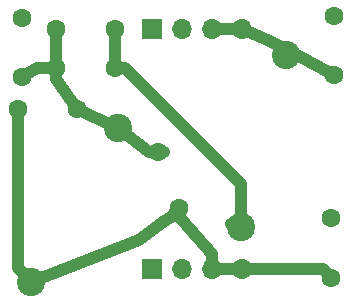
<source format=gbr>
G04 #@! TF.FileFunction,Copper,L1,Top,Signal*
%FSLAX46Y46*%
G04 Gerber Fmt 4.6, Leading zero omitted, Abs format (unit mm)*
G04 Created by KiCad (PCBNEW 4.0.7) date 02/05/23 11:49:14*
%MOMM*%
%LPD*%
G01*
G04 APERTURE LIST*
%ADD10C,0.100000*%
%ADD11C,2.400000*%
%ADD12C,1.600000*%
%ADD13R,1.700000X1.700000*%
%ADD14O,1.700000X1.700000*%
%ADD15C,1.000000*%
G04 APERTURE END LIST*
D10*
D11*
X129720000Y-99739705D03*
X122337583Y-112786425D03*
D12*
X147940000Y-90330000D03*
X147940000Y-95330000D03*
X129400000Y-91360000D03*
X124400000Y-91360000D03*
X129420000Y-94720000D03*
X124420000Y-94720000D03*
X121580000Y-90450000D03*
X121580000Y-95450000D03*
X126200000Y-98180000D03*
X121200000Y-98180000D03*
X147701000Y-107442000D03*
X147701000Y-112442000D03*
D11*
X143868600Y-93639452D03*
X140114472Y-108152326D03*
D13*
X132588000Y-111760000D03*
D14*
X135128000Y-111760000D03*
X137668000Y-111760000D03*
X140208000Y-111760000D03*
D13*
X132588000Y-91440000D03*
D14*
X135128000Y-91440000D03*
X137668000Y-91440000D03*
X140208000Y-91440000D03*
D12*
X133096000Y-101854000D03*
X134806101Y-106552463D03*
D15*
X140208000Y-91440000D02*
X141960000Y-92190000D01*
X141960000Y-92190000D02*
X143868600Y-93068600D01*
X143868600Y-93068600D02*
X143868600Y-93639452D01*
X143657269Y-93572819D02*
X144876819Y-93596819D01*
X144876819Y-93596819D02*
X147940000Y-95330000D01*
X137668000Y-91440000D02*
X140208000Y-91440000D01*
X129400000Y-91360000D02*
X129400000Y-94700000D01*
X129400000Y-94700000D02*
X129420000Y-94720000D01*
X140114472Y-108152326D02*
X140114472Y-104554472D01*
X130280000Y-94720000D02*
X129420000Y-94720000D01*
X140114472Y-104554472D02*
X130280000Y-94720000D01*
X140114472Y-108152326D02*
X140114472Y-107856472D01*
X139752547Y-107933274D02*
X139283274Y-107933274D01*
X124420000Y-94720000D02*
X124420000Y-91380000D01*
X124420000Y-91380000D02*
X124400000Y-91360000D01*
X133096000Y-101854000D02*
X132342295Y-101854000D01*
X132342295Y-101854000D02*
X129720000Y-99739705D01*
X126200000Y-98180000D02*
X127830000Y-98960000D01*
X127830000Y-98960000D02*
X129720000Y-99739705D01*
X133604000Y-101854000D02*
X133053705Y-101854000D01*
X124420000Y-94720000D02*
X124420000Y-95670000D01*
X124420000Y-95670000D02*
X126200000Y-98180000D01*
X124420000Y-94720000D02*
X124420000Y-94860000D01*
X124420000Y-94720000D02*
X122850000Y-94720000D01*
X122850000Y-94720000D02*
X121580000Y-95450000D01*
X134170000Y-107340000D02*
X133520000Y-107720000D01*
X131430000Y-109270000D02*
X122337583Y-112786425D01*
X133520000Y-107720000D02*
X131430000Y-109270000D01*
X134170000Y-107340000D02*
X134540000Y-106854000D01*
X137668000Y-110490000D02*
X137668000Y-111760000D01*
X134540000Y-106854000D02*
X137668000Y-110490000D01*
X121200000Y-98180000D02*
X121200000Y-111648842D01*
X121200000Y-111648842D02*
X122337583Y-112786425D01*
X121930000Y-112118842D02*
X122337583Y-112786425D01*
X140208000Y-111760000D02*
X147019000Y-111760000D01*
X147019000Y-111760000D02*
X147701000Y-112442000D01*
X137668000Y-111760000D02*
X140208000Y-111760000D01*
M02*

</source>
